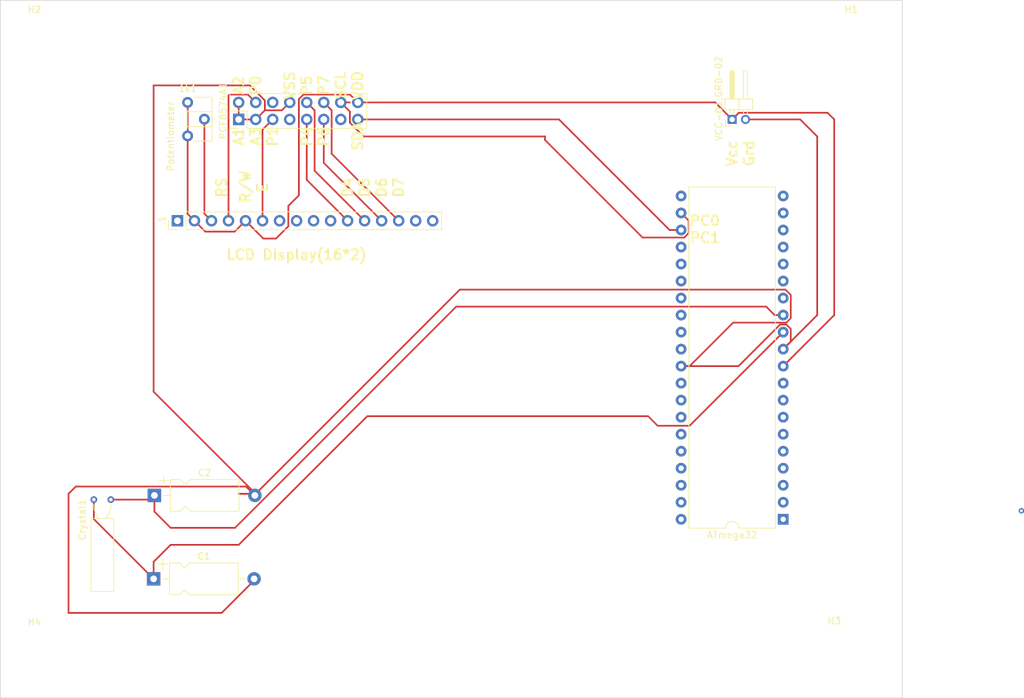
<source format=kicad_pcb>
(kicad_pcb (version 20211014) (generator pcbnew)
  (layers (0 "F.Cu" signal) (31 "B.Cu" signal) (34 "B.Paste" user) (35 "F.Paste" user) (36 "B.SilkS" user "B.Silkscreen") (37 "F.SilkS" user "F.Silkscreen") (38 "B.Mask" user) (39 "F.Mask" user) (44 "Edge.Cuts" user))
  (net 0 "")
  (net 2 "Net-(.1-Pad2)")
  (net 9 "Net-(C1-Pad1)")
  (net 10 "Net-(C1-Pad2)")
  (net 11 "Net-(C2-Pad1)")
  (net 15 "Net-(PCF8574A1-Pad14)")
  (net 16 "Net-(PCF8574A1-Pad15)")
  (footprint "Package_DIP:DIP-40_W15.24mm" (layer "F.Cu") (at 184.405 110.6025 180)
    (fp_text reference "ATmega32" (at 7.62 -2.33) (layer "F.SilkS"))
    (fp_text value "ATmega32")
    (fp_line (start 14.08 -1.33) (end 8.62 -1.33) (layer "F.SilkS") (width 0.12))
    (fp_line (start 1.16 49.59) (end 14.08 49.59) (layer "F.SilkS") (width 0.12))
    (fp_line (start 14.08 49.59) (end 14.08 -1.33) (layer "F.SilkS") (width 0.12))
    (fp_line (start 1.16 -1.33) (end 1.16 49.59) (layer "F.SilkS") (width 0.12))
    (fp_line (start 6.62 -1.33) (end 1.16 -1.33) (layer "F.SilkS") (width 0.12))
    (fp_arc (start 8.62 -1.33) (mid 7.62 -0.33) (end 6.62 -1.33) (layer "F.SilkS") (width 0.12))
    (pad "1" thru_hole rect (at 0 0 180) (size 1.6 1.6) (drill 0.8) (layers *.Cu *.Mask))
    (pad "2" thru_hole oval (at 0 2.54 180) (size 1.6 1.6) (drill 0.8) (layers *.Cu *.Mask))
    (pad "3" thru_hole oval (at 0 5.08 180) (size 1.6 1.6) (drill 0.8) (layers *.Cu *.Mask))
    (pad "4" thru_hole oval (at 0 7.62 180) (size 1.6 1.6) (drill 0.8) (layers *.Cu *.Mask))
    (pad "5" thru_hole oval (at 0 10.16 180) (size 1.6 1.6) (drill 0.8) (layers *.Cu *.Mask))
    (pad "6" thru_hole oval (at 0 12.7 180) (size 1.6 1.6) (drill 0.8) (layers *.Cu *.Mask))
    (pad "7" thru_hole oval (at 0 15.24 180) (size 1.6 1.6) (drill 0.8) (layers *.Cu *.Mask))
    (pad "8" thru_hole oval (at 0 17.78 180) (size 1.6 1.6) (drill 0.8) (layers *.Cu *.Mask))
    (pad "9" thru_hole oval (at 0 20.32 180) (size 1.6 1.6) (drill 0.8) (layers *.Cu *.Mask))
    (pad "11" thru_hole oval (at 0 25.4 180) (size 1.6 1.6) (drill 0.8) (layers *.Cu *.Mask) (net 10 "Net-(C1-Pad2)"))
    (pad "12" thru_hole oval (at 0 27.94 180) (size 1.6 1.6) (drill 0.8) (layers *.Cu *.Mask) (net 9 "Net-(C1-Pad1)"))
    (pad "13" thru_hole oval (at 0 30.48 180) (size 1.6 1.6) (drill 0.8) (layers *.Cu *.Mask) (net 11 "Net-(C2-Pad1)"))
    (pad "14" thru_hole oval (at 0 33.02 180) (size 1.6 1.6) (drill 0.8) (layers *.Cu *.Mask))
    (pad "15" thru_hole oval (at 0 35.56 180) (size 1.6 1.6) (drill 0.8) (layers *.Cu *.Mask))
    (pad "16" thru_hole oval (at 0 38.1 180) (size 1.6 1.6) (drill 0.8) (layers *.Cu *.Mask))
    (pad "17" thru_hole oval (at 0 40.64 180) (size 1.6 1.6) (drill 0.8) (layers *.Cu *.Mask))
    (pad "18" thru_hole oval (at 0 43.18 180) (size 1.6 1.6) (drill 0.8) (layers *.Cu *.Mask))
    (pad "19" thru_hole oval (at 0 45.72 180) (size 1.6 1.6) (drill 0.8) (layers *.Cu *.Mask))
    (pad "20" thru_hole oval (at 0 48.26 180) (size 1.6 1.6) (drill 0.8) (layers *.Cu *.Mask))
    (pad "21" thru_hole oval (at 15.24 48.26 180) (size 1.6 1.6) (drill 0.8) (layers *.Cu *.Mask))
    (pad "22" thru_hole oval (at 15.24 45.72 180) (size 1.6 1.6) (drill 0.8) (layers *.Cu *.Mask))
    (pad "23" thru_hole oval (at 15.24 43.18 180) (size 1.6 1.6) (drill 0.8) (layers *.Cu *.Mask) (net 16 "Net-(PCF8574A1-Pad15)"))
    (pad "24" thru_hole oval (at 15.24 40.64 180) (size 1.6 1.6) (drill 0.8) (layers *.Cu *.Mask))
    (pad "25" thru_hole oval (at 15.24 38.1 180) (size 1.6 1.6) (drill 0.8) (layers *.Cu *.Mask))
    (pad "26" thru_hole oval (at 15.24 35.56 180) (size 1.6 1.6) (drill 0.8) (layers *.Cu *.Mask))
    (pad "27" thru_hole oval (at 15.24 33.02 180) (size 1.6 1.6) (drill 0.8) (layers *.Cu *.Mask))
    (pad "28" thru_hole oval (at 15.24 30.48 180) (size 1.6 1.6) (drill 0.8) (layers *.Cu *.Mask))
    (pad "29" thru_hole oval (at 15.24 27.94 180) (size 1.6 1.6) (drill 0.8) (layers *.Cu *.Mask))
    (pad "30" thru_hole oval (at 15.24 25.4 180) (size 1.6 1.6) (drill 0.8) (layers *.Cu *.Mask))
    (pad "31" thru_hole oval (at 15.24 22.86 180) (size 1.6 1.6) (drill 0.8) (layers *.Cu *.Mask) (net 10 "Net-(C1-Pad2)"))
    (pad "32" thru_hole oval (at 15.24 20.32 180) (size 1.6 1.6) (drill 0.8) (layers *.Cu *.Mask))
    (pad "33" thru_hole oval (at 15.24 17.78 180) (size 1.6 1.6) (drill 0.8) (layers *.Cu *.Mask))
    (pad "34" thru_hole oval (at 15.24 15.24 180) (size 1.6 1.6) (drill 0.8) (layers *.Cu *.Mask))
    (pad "35" thru_hole oval (at 15.24 12.7 180) (size 1.6 1.6) (drill 0.8) (layers *.Cu *.Mask))
    (pad "36" thru_hole oval (at 15.24 10.16 180) (size 1.6 1.6) (drill 0.8) (layers *.Cu *.Mask))
    (pad "37" thru_hole oval (at 15.24 7.62 180) (size 1.6 1.6) (drill 0.8) (layers *.Cu *.Mask))
    (pad "38" thru_hole oval (at 15.24 5.08 180) (size 1.6 1.6) (drill 0.8) (layers *.Cu *.Mask))
    (pad "39" thru_hole oval (at 15.24 2.54 180) (size 1.6 1.6) (drill 0.8) (layers *.Cu *.Mask))
    (pad "40" thru_hole oval (at 15.24 0 180) (size 1.6 1.6) (drill 0.8) (layers *.Cu *.Mask))
    (pad "PIN 10" thru_hole oval (at 0 22.86 180) (size 1.6 1.6) (drill 0.8) (layers *.Cu *.Mask) (net 2 "Net-(.1-Pad2)"))
  )
  (footprint "MountingHole:MountingHole_2.7mm" (layer "F.Cu") (at 192.02 129.6575)
    (fp_text reference "H3" (at 0 -3.885) (layer "F.SilkS"))
    (fp_text value "MountingHole")
    (pad "" np_thru_hole circle (at 0 0) (size 2.7 2.7) (drill 2.7) (layers *.Cu *.Mask))
  )
  (footprint "Connector_PinHeader_2.54mm:PinHeader_2x08_P2.54mm_Vertical" (layer "F.Cu") (at 103.12 50.9175 90)
    (fp_text reference "PCF8574A1" (at 1.27 -2.33 90) (layer "F.SilkS"))
    (fp_text value ".")
    (fp_line (start 1.27 1.27) (end 1.27 -1.33) (layer "F.SilkS") (width 0.12))
    (fp_line (start -1.33 -1.33) (end 0 -1.33) (layer "F.SilkS") (width 0.12))
    (fp_line (start -1.33 1.27) (end -1.33 19.11) (layer "F.SilkS") (width 0.12))
    (fp_line (start 3.87 -1.33) (end 3.87 19.11) (layer "F.SilkS") (width 0.12))
    (fp_line (start -1.33 1.27) (end 1.27 1.27) (layer "F.SilkS") (width 0.12))
    (fp_line (start -1.33 19.11) (end 3.87 19.11) (layer "F.SilkS") (width 0.12))
    (fp_line (start 1.27 -1.33) (end 3.87 -1.33) (layer "F.SilkS") (width 0.12))
    (fp_line (start -1.33 0) (end -1.33 -1.33) (layer "F.SilkS") (width 0.12))
    (pad "1" thru_hole rect (at 0 0 90) (size 1.7 1.7) (drill 1) (layers *.Cu *.Mask) (net 10 "Net-(C1-Pad2)"))
    (pad "2" thru_hole oval (at 2.54 0 90) (size 1.7 1.7) (drill 1) (layers *.Cu *.Mask) (net 10 "Net-(C1-Pad2)"))
    (pad "3" thru_hole oval (at 0 2.54 90) (size 1.7 1.7) (drill 1) (layers *.Cu *.Mask) (net 10 "Net-(C1-Pad2)"))
    (pad "4" thru_hole oval (at 2.54 2.54 90) (size 1.7 1.7) (drill 1) (layers *.Cu *.Mask))
    (pad "5" thru_hole oval (at 0 5.08 90) (size 1.7 1.7) (drill 1) (layers *.Cu *.Mask))
    (pad "6" thru_hole oval (at 2.54 5.08 90) (size 1.7 1.7) (drill 1) (layers *.Cu *.Mask))
    (pad "7" thru_hole oval (at 0 7.62 90) (size 1.7 1.7) (drill 1) (layers *.Cu *.Mask))
    (pad "8" thru_hole oval (at 2.54 7.62 90) (size 1.7 1.7) (drill 1) (layers *.Cu *.Mask) (net 10 "Net-(C1-Pad2)"))
    (pad "9" thru_hole oval (at 0 10.16 90) (size 1.7 1.7) (drill 1) (layers *.Cu *.Mask))
    (pad "10" thru_hole oval (at 2.54 10.16 90) (size 1.7 1.7) (drill 1) (layers *.Cu *.Mask))
    (pad "11" thru_hole oval (at 0 12.7 90) (size 1.7 1.7) (drill 1) (layers *.Cu *.Mask))
    (pad "12" thru_hole oval (at 2.54 12.7 90) (size 1.7 1.7) (drill 1) (layers *.Cu *.Mask))
    (pad "13" thru_hole oval (at 0 15.24 90) (size 1.7 1.7) (drill 1) (layers *.Cu *.Mask))
    (pad "14" thru_hole oval (at 2.54 15.24 90) (size 1.7 1.7) (drill 1) (layers *.Cu *.Mask) (net 15 "Net-(PCF8574A1-Pad14)"))
    (pad "15" thru_hole oval (at 0 17.78 90) (size 1.7 1.7) (drill 1) (layers *.Cu *.Mask) (net 16 "Net-(PCF8574A1-Pad15)"))
    (pad "16" thru_hole oval (at 2.54 17.78 90) (size 1.7 1.7) (drill 1) (layers *.Cu *.Mask) (net 2 "Net-(.1-Pad2)"))
  )
  (footprint "Crystal:Crystal_AT310_D3.0mm_L10.0mm_Horizontal" (layer "F.Cu") (at 81.5 107.6675)
    (fp_text reference "Crystal1" (at -1.75 3 90) (layer "F.SilkS"))
    (fp_text value "16MHz")
    (fp_line (start -0.43 2.8) (end -0.43 13.7) (layer "F.SilkS") (width 0.12))
    (fp_line (start 2.97 13.7) (end 2.97 2.8) (layer "F.SilkS") (width 0.12))
    (fp_line (start 2.97 2.8) (end -0.43 2.8) (layer "F.SilkS") (width 0.12))
    (fp_line (start 0 1.4) (end 0 0.7) (layer "F.SilkS") (width 0.12))
    (fp_line (start 1.87 2.8) (end 2.54 1.4) (layer "F.SilkS") (width 0.12))
    (fp_line (start 2.54 1.4) (end 2.54 0.7) (layer "F.SilkS") (width 0.12))
    (fp_line (start 0.67 2.8) (end 0 1.4) (layer "F.SilkS") (width 0.12))
    (fp_line (start -0.43 13.7) (end 2.97 13.7) (layer "F.SilkS") (width 0.12))
    (pad "1" thru_hole circle (at 0 0) (size 1 1) (drill 0.5) (layers *.Cu *.Mask) (net 9 "Net-(C1-Pad1)"))
    (pad "2" thru_hole circle (at 2.54 0) (size 1 1) (drill 0.5) (layers *.Cu *.Mask) (net 11 "Net-(C2-Pad1)"))
  )
  (footprint "Connector_PinHeader_2.00mm:PinHeader_1x02_P2.00mm_Horizontal" (layer "F.Cu") (at 176.78 50.9175 90)
    (fp_text reference "VCC-01,GRD-02" (at 3.1 -2 90) (layer "F.SilkS"))
    (fp_text value "Conn_01x02_Male")
    (fp_line (start 3.06 1.69) (end 7.26 1.69) (layer "F.SilkS") (width 0.12))
    (fp_line (start 7.26 1.69) (end 7.26 2.31) (layer "F.SilkS") (width 0.12))
    (fp_line (start 3.06 -1.06) (end 1.44 -1.06) (layer "F.SilkS") (width 0.12))
    (fp_line (start 3.06 -0.01) (end 7.26 -0.01) (layer "F.SilkS") (width 0.12))
    (fp_line (start 7.26 0.31) (end 3.06 0.31) (layer "F.SilkS") (width 0.12))
    (fp_line (start 7.26 -0.31) (end 7.26 0.31) (layer "F.SilkS") (width 0.12))
    (fp_line (start 0.882114 1.69) (end 1.44 1.69) (layer "F.SilkS") (width 0.12))
    (fp_line (start 3.06 0.23) (end 7.26 0.23) (layer "F.SilkS") (width 0.12))
    (fp_line (start 3.06 -0.31) (end 7.26 -0.31) (layer "F.SilkS") (width 0.12))
    (fp_line (start 1.44 -1.06) (end 1.44 3.06) (layer "F.SilkS") (width 0.12))
    (fp_line (start 3.06 3.06) (end 3.06 -1.06) (layer "F.SilkS") (width 0.12))
    (fp_line (start 3.06 -0.25) (end 7.26 -0.25) (layer "F.SilkS") (width 0.12))
    (fp_line (start 1.44 1) (end 3.06 1) (layer "F.SilkS") (width 0.12))
    (fp_line (start 7.26 2.31) (end 3.06 2.31) (layer "F.SilkS") (width 0.12))
    (fp_line (start 0.935 -0.31) (end 1.44 -0.31) (layer "F.SilkS") (width 0.12))
    (fp_line (start 0.882114 2.31) (end 1.44 2.31) (layer "F.SilkS") (width 0.12))
    (fp_line (start -1 0) (end -1 -1) (layer "F.SilkS") (width 0.12))
    (fp_line (start 3.06 -0.13) (end 7.26 -0.13) (layer "F.SilkS") (width 0.12))
    (fp_line (start 0.935 0.31) (end 1.44 0.31) (layer "F.SilkS") (width 0.12))
    (fp_line (start 3.06 0.11) (end 7.26 0.11) (layer "F.SilkS") (width 0.12))
    (fp_line (start -1 -1) (end 0 -1) (layer "F.SilkS") (width 0.12))
    (fp_line (start 1.44 3.06) (end 3.06 3.06) (layer "F.SilkS") (width 0.12))
    (pad "1" thru_hole rect (at 0 0 90) (size 1.35 1.35) (drill 0.8) (layers *.Cu *.Mask) (net 2 "Net-(.1-Pad2)"))
    (pad "2" thru_hole oval (at 0 2 90) (size 1.35 1.35) (drill 0.8) (layers *.Cu *.Mask) (net 10 "Net-(C1-Pad2)"))
  )
  (footprint "MountingHole:MountingHole_2.7mm" (layer "F.Cu") (at 72.64 129.6575)
    (fp_text reference "H4" (at 0 -3.7) (layer "F.SilkS"))
    (fp_text value "MountingHole")
    (pad "" np_thru_hole circle (at 0 0) (size 2.7 2.7) (drill 2.7) (layers *.Cu *.Mask))
  )
  (footprint "Capacitor_THT:CP_Axial_L10.0mm_D4.5mm_P15.00mm_Horizontal" (layer "F.Cu") (at 90.54 107.04)
    (fp_text reference "C2" (at 7.5 -3.37) (layer "F.SilkS"))
    (fp_text value "22pF")
    (fp_line (start 0.63 -2.2) (end 2.13 -2.2) (layer "F.SilkS") (width 0.12))
    (fp_line (start 1.24 0) (end 2.38 0) (layer "F.SilkS") (width 0.12))
    (fp_line (start 5.38 -2.37) (end 12.62 -2.37) (layer "F.SilkS") (width 0.12))
    (fp_line (start 2.38 -2.37) (end 2.38 2.37) (layer "F.SilkS") (width 0.12))
    (fp_line (start 12.62 -2.37) (end 12.62 2.37) (layer "F.SilkS") (width 0.12))
    (fp_line (start 3.88 -2.37) (end 4.63 -1.62) (layer "F.SilkS") (width 0.12))
    (fp_line (start 3.88 2.37) (end 4.63 1.62) (layer "F.SilkS") (width 0.12))
    (fp_line (start 2.38 2.37) (end 3.88 2.37) (layer "F.SilkS") (width 0.12))
    (fp_line (start 1.38 -2.95) (end 1.38 -1.45) (layer "F.SilkS") (width 0.12))
    (fp_line (start 13.76 0) (end 12.62 0) (layer "F.SilkS") (width 0.12))
    (fp_line (start 2.38 -2.37) (end 3.88 -2.37) (layer "F.SilkS") (width 0.12))
    (fp_line (start 4.63 -1.62) (end 5.38 -2.37) (layer "F.SilkS") (width 0.12))
    (fp_line (start 5.38 2.37) (end 12.62 2.37) (layer "F.SilkS") (width 0.12))
    (fp_line (start 4.63 1.62) (end 5.38 2.37) (layer "F.SilkS") (width 0.12))
    (pad "1" thru_hole rect (at 0 0) (size 2 2) (drill 1) (layers *.Cu *.Mask) (net 11 "Net-(C2-Pad1)"))
    (pad "2" thru_hole oval (at 15 0) (size 2 2) (drill 1) (layers *.Cu *.Mask) (net 10 "Net-(C1-Pad2)"))
  )
  (footprint "Capacitor_THT:CP_Axial_L10.0mm_D4.5mm_P15.00mm_Horizontal" (layer "F.Cu") (at 90.42 119.4975)
    (fp_text reference "C1" (at 7.5 -3.37) (layer "F.SilkS"))
    (fp_text value "22pF")
    (fp_line (start 0.63 -2.2) (end 2.13 -2.2) (layer "F.SilkS") (width 0.12))
    (fp_line (start 1.38 -2.95) (end 1.38 -1.45) (layer "F.SilkS") (width 0.12))
    (fp_line (start 4.63 1.62) (end 5.38 2.37) (layer "F.SilkS") (width 0.12))
    (fp_line (start 2.38 2.37) (end 3.88 2.37) (layer "F.SilkS") (width 0.12))
    (fp_line (start 3.88 2.37) (end 4.63 1.62) (layer "F.SilkS") (width 0.12))
    (fp_line (start 5.38 -2.37) (end 12.62 -2.37) (layer "F.SilkS") (width 0.12))
    (fp_line (start 1.24 0) (end 2.38 0) (layer "F.SilkS") (width 0.12))
    (fp_line (start 2.38 -2.37) (end 2.38 2.37) (layer "F.SilkS") (width 0.12))
    (fp_line (start 3.88 -2.37) (end 4.63 -1.62) (layer "F.SilkS") (width 0.12))
    (fp_line (start 5.38 2.37) (end 12.62 2.37) (layer "F.SilkS") (width 0.12))
    (fp_line (start 13.76 0) (end 12.62 0) (layer "F.SilkS") (width 0.12))
    (fp_line (start 2.38 -2.37) (end 3.88 -2.37) (layer "F.SilkS") (width 0.12))
    (fp_line (start 4.63 -1.62) (end 5.38 -2.37) (layer "F.SilkS") (width 0.12))
    (fp_line (start 12.62 -2.37) (end 12.62 2.37) (layer "F.SilkS") (width 0.12))
    (pad "1" thru_hole rect (at 0 0) (size 2 2) (drill 1) (layers *.Cu *.Mask) (net 9 "Net-(C1-Pad1)"))
    (pad "2" thru_hole oval (at 15 0) (size 2 2) (drill 1) (layers *.Cu *.Mask) (net 10 "Net-(C1-Pad2)"))
  )
  (footprint "MountingHole:MountingHole_2.7mm" (layer "F.Cu") (at 194.56 38.2175)
    (fp_text reference "H1" (at 0 -3.7) (layer "F.SilkS"))
    (fp_text value "MountingHole")
    (pad "" np_thru_hole circle (at 0 0) (size 2.7 2.7) (drill 2.7) (layers *.Cu *.Mask))
  )
  (footprint "Connector_PinHeader_2.54mm:PinHeader_1x16_P2.54mm_Vertical" (layer "F.Cu") (at 93.98 66.04 90)
    (fp_text reference ".1" (at 0 -2.33 90) (layer "F.SilkS"))
    (fp_text value "16*2 LCD")
    (fp_line (start 1.33 1.27) (end 1.33 39.43) (layer "F.SilkS") (width 0.12))
    (fp_line (start -1.33 39.43) (end 1.33 39.43) (layer "F.SilkS") (width 0.12))
    (fp_line (start -1.33 0) (end -1.33 -1.33) (layer "F.SilkS") (width 0.12))
    (fp_line (start -1.33 -1.33) (end 0 -1.33) (layer "F.SilkS") (width 0.12))
    (fp_line (start -1.33 1.27) (end -1.33 39.43) (layer "F.SilkS") (width 0.12))
    (fp_line (start -1.33 1.27) (end 1.33 1.27) (layer "F.SilkS") (width 0.12))
    (pad "1" thru_hole rect (at 0 0 90) (size 1.7 1.7) (drill 1) (layers *.Cu *.Mask))
    (pad "2" thru_hole oval (at 0 2.54 90) (size 1.7 1.7) (drill 1) (layers *.Cu *.Mask) (net 2 "Net-(.1-Pad2)"))
    (pad "3" thru_hole oval (at 0 5.08 90) (size 1.7 1.7) (drill 1) (layers *.Cu *.Mask))
    (pad "4" thru_hole oval (at 0 7.62 90) (size 1.7 1.7) (drill 1) (layers *.Cu *.Mask))
    (pad "5" thru_hole oval (at 0 10.16 90) (size 1.7 1.7) (drill 1) (layers *.Cu *.Mask) (net 2 "Net-(.1-Pad2)"))
    (pad "6" thru_hole oval (at 0 12.7 90) (size 1.7 1.7) (drill 1) (layers *.Cu *.Mask))
    (pad "7" thru_hole oval (at 0 15.24 90) (size 1.7 1.7) (drill 1) (layers *.Cu *.Mask))
    (pad "8" thru_hole oval (at 0 17.78 90) (size 1.7 1.7) (drill 1) (layers *.Cu *.Mask))
    (pad "9" thru_hole oval (at 0 20.32 90) (size 1.7 1.7) (drill 1) (layers *.Cu *.Mask))
    (pad "10" thru_hole oval (at 0 22.86 90) (size 1.7 1.7) (drill 1) (layers *.Cu *.Mask))
    (pad "11" thru_hole oval (at 0 25.4 90) (size 1.7 1.7) (drill 1) (layers *.Cu *.Mask))
    (pad "12" thru_hole oval (at 0 27.94 90) (size 1.7 1.7) (drill 1) (layers *.Cu *.Mask))
    (pad "13" thru_hole oval (at 0 30.48 90) (size 1.7 1.7) (drill 1) (layers *.Cu *.Mask))
    (pad "14" thru_hole oval (at 0 33.02 90) (size 1.7 1.7) (drill 1) (layers *.Cu *.Mask))
    (pad "15" thru_hole oval (at 0 35.56 90) (size 1.7 1.7) (drill 1) (layers *.Cu *.Mask))
    (pad "16" thru_hole oval (at 0 38.1 90) (size 1.7 1.7) (drill 1) (layers *.Cu *.Mask))
  )
  (footprint "MountingHole:MountingHole_2.7mm" (layer "F.Cu") (at 72.64 38.2175)
    (fp_text reference "H2" (at 0 -3.7) (layer "F.SilkS"))
    (fp_text value "MountingHole")
    (pad "" np_thru_hole circle (at 0 0) (size 2.7 2.7) (drill 2.7) (layers *.Cu *.Mask))
  )
  (footprint "Potentiometer_THT:Potentiometer_ACP_CA6-H2,5_Horizontal" (layer "F.Cu") (at 95.5 48.3775)
    (fp_text reference "1k1" (at 0 -2.06) (layer "F.SilkS"))
    (fp_text value "Potentiometer" (at -2.54 5.08 90) (layer "F.SilkS"))
    (fp_line (start 3.62 -0.77) (end 3.62 5.77) (layer "F.SilkS") (width 0.12))
    (fp_line (start -0.121 1.38) (end 3.62 1.38) (layer "F.SilkS") (width 0.12))
    (fp_line (start -0.121 3.62) (end 3.62 3.62) (layer "F.SilkS") (width 0.12))
    (fp_line (start 3.62 1.38) (end 3.62 3.62) (layer "F.SilkS") (width 0.12))
    (fp_line (start -0.121 1.066) (end -0.121 3.935) (layer "F.SilkS") (width 0.12))
    (fp_line (start 0.925 5.77) (end 3.62 5.77) (layer "F.SilkS") (width 0.12))
    (fp_line (start 0.925 -0.77) (end 3.62 -0.77) (layer "F.SilkS") (width 0.12))
    (fp_line (start -0.121 1.38) (end -0.121 3.62) (layer "F.SilkS") (width 0.12))
    (pad "1" thru_hole circle (at 0 0) (size 1.62 1.62) (drill 0.9) (layers *.Cu *.Mask) (net 2 "Net-(.1-Pad2)"))
    (pad "2" thru_hole circle (at 2.5 2.5) (size 1.62 1.62) (drill 0.9) (layers *.Cu *.Mask))
    (pad "3" thru_hole circle (at 0 5) (size 1.62 1.62) (drill 0.9) (layers *.Cu *.Mask) (net 2 "Net-(.1-Pad2)"))
  )
  (gr_line (start 67.56 137.2775) (end 67.56 33.1375) (layer "Edge.Cuts") (width 0.1))
  (gr_line (start 202.18 137.2775) (end 67.56 137.2775) (layer "Edge.Cuts") (width 0.1))
  (gr_line (start 67.56 33.1375) (end 202.18 33.1375) (layer "Edge.Cuts") (width 0.1))
  (gr_line (start 202.18 33.1375) (end 202.18 137.2775) (layer "Edge.Cuts") (width 0.1))
  (gr_text "RS" (at 100.58 61.0775 90) (layer "F.SilkS") (effects (font (size 1.5 1.5) (thickness 0.3))))
  (gr_text "LCD Display(16*2)" (at 111.76 71.12) (layer "F.SilkS") (effects (font (size 1.5 1.5) (thickness 0.3))))
  (gr_text "P6" (at 115.82 53.4575 90) (layer "F.SilkS") (effects (font (size 1.5 1.5) (thickness 0.3))))
  (gr_text "VSS" (at 110.74 45.8375 90) (layer "F.SilkS") (effects (font (size 1.5 1.5) (thickness 0.3))))
  (gr_text "D5" (at 121.92 61.0775 90) (layer "F.SilkS") (effects (font (size 1.5 1.5) (thickness 0.3))))
  (gr_text "D7" (at 127 61.0775 90) (layer "F.SilkS") (effects (font (size 1.5 1.5) (thickness 0.3))))
  (gr_text "E" (at 106.68 61.0775 90) (layer "F.SilkS") (effects (font (size 1.5 1.5) (thickness 0.3))))
  (gr_text "A1" (at 103.12 53.4575 90) (layer "F.SilkS") (effects (font (size 1.5 1.5) (thickness 0.3))))
  (gr_text "Grd" (at 179.32 55.9975 90) (layer "F.SilkS") (effects (font (size 1.5 1.5) (thickness 0.3))))
  (gr_text "A3" (at 105.66 53.4575 90) (layer "F.SilkS") (effects (font (size 1.5 1.5) (thickness 0.3))))
  (gr_text "PC1" (at 172.72 68.58) (layer "F.SilkS") (effects (font (size 1.5 1.5) (thickness 0.3))))
  (gr_text "P5" (at 113.28 45.8375 90) (layer "F.SilkS") (effects (font (size 1.5 1.5) (thickness 0.3))))
  (gr_text "SCL" (at 118.36 45.8375 90) (layer "F.SilkS") (effects (font (size 1.5 1.5) (thickness 0.3))))
  (gr_text "A2" (at 103.12 45.8375 90) (layer "F.SilkS") (effects (font (size 1.5 1.5) (thickness 0.3))))
  (gr_text "P1" (at 108.2 53.4575 90) (layer "F.SilkS") (effects (font (size 1.5 1.5) (thickness 0.3))))
  (gr_text "Vcc" (at 176.78 55.9975 90) (layer "F.SilkS") (effects (font (size 1.5 1.5) (thickness 0.3))))
  (gr_text "P0" (at 105.66 45.8375 90) (layer "F.SilkS") (effects (font (size 1.5 1.5) (thickness 0.3))))
  (gr_text "VDD" (at 120.9 45.8375 90) (layer "F.SilkS") (effects (font (size 1.5 1.5) (thickness 0.3))))
  (gr_text "P4" (at 113.28 53.4575 90) (layer "F.SilkS") (effects (font (size 1.5 1.5) (thickness 0.3))))
  (gr_text "D6" (at 124.46 61.0775 90) (layer "F.SilkS") (effects (font (size 1.5 1.5) (thickness 0.3))))
  (gr_text "PC0" (at 172.72 66.04) (layer "F.SilkS") (effects (font (size 1.5 1.5) (thickness 0.3))))
  (gr_text "SDA" (at 120.9 53.4575 90) (layer "F.SilkS") (effects (font (size 1.5 1.5) (thickness 0.3))))
  (gr_text "P7" (at 115.82 45.8375 90) (layer "F.SilkS") (effects (font (size 1.5 1.5) (thickness 0.3))))
  (gr_text "R/W" (at 104.14 60.96 90) (layer "F.SilkS") (effects (font (size 1.5 1.5) (thickness 0.3))))
  (gr_text "D4" (at 119.38 61.0775 90) (layer "F.SilkS") (effects (font (size 1.5 1.5) (thickness 0.3))))
  (segment (start 116.994511 49.552011) (end 116.994511 56.034511) (width 0.25) (layer "F.Cu") (net 0))
  (segment (start 98 50.8775) (end 98 64.98) (width 0.25) (layer "F.Cu") (net 0))
  (segment (start 106.68 52.4375) (end 108.2 50.9175) (width 0.25) (layer "F.Cu") (net 0))
  (segment (start 115.82 48.3775) (end 116.994511 49.552011) (width 0.25) (layer "F.Cu") (net 0))
  (segment (start 105.66 48.3775) (end 104.485489 47.202989) (width 0.25) (layer "F.Cu") (net 0))
  (segment (start 104.485489 47.202989) (end 101.754511 47.202989) (width 0.25) (layer "F.Cu") (net 0))
  (segment (start 113.28 48.3775) (end 114.454511 49.552011) (width 0.25) (layer "F.Cu") (net 0))
  (segment (start 115.82 50.9175) (end 115.82 57.4) (width 0.25) (layer "F.Cu") (net 0))
  (segment (start 98 64.98) (end 99.06 66.04) (width 0.25) (layer "F.Cu") (net 0))
  (segment (start 101.754511 47.202989) (end 101.6 47.3575) (width 0.25) (layer "F.Cu") (net 0))
  (segment (start 113.28 59.94) (end 119.38 66.04) (width 0.25) (layer "F.Cu") (net 0))
  (segment (start 114.454511 58.574511) (end 121.92 66.04) (width 0.25) (layer "F.Cu") (net 0))
  (segment (start 116.994511 56.034511) (end 127 66.04) (width 0.25) (layer "F.Cu") (net 0))
  (segment (start 114.454511 49.552011) (end 114.454511 58.574511) (width 0.25) (layer "F.Cu") (net 0))
  (segment (start 101.6 47.3575) (end 101.6 66.04) (width 0.25) (layer "F.Cu") (net 0))
  (segment (start 113.28 50.9175) (end 113.28 59.94) (width 0.25) (layer "F.Cu") (net 0))
  (segment (start 115.82 57.4) (end 124.46 66.04) (width 0.25) (layer "F.Cu") (net 0))
  (segment (start 106.68 66.04) (end 106.68 52.4375) (width 0.25) (layer "F.Cu") (net 0))
  (via (at 219.96 109.3375) (size 0.8) (drill 0.4) (layers "F.Cu" "B.Cu") (net 0))
  (segment (start 112.793501 47.202989) (end 112.105489 47.891001) (width 0.25) (layer "F.Cu") (net 2))
  (segment (start 95.5 48.3775) (end 95.5 53.3775) (width 0.25) (layer "F.Cu") (net 2))
  (segment (start 191.020489 49.917989) (end 177.779511 49.917989) (width 0.25) (layer "F.Cu") (net 2))
  (segment (start 95.5 53.3775) (end 95.5 65.02) (width 0.25) (layer "F.Cu") (net 2))
  (segment (start 177.779511 49.917989) (end 176.78 50.9175) (width 0.25) (layer "F.Cu") (net 2))
  (segment (start 98.14452 67.66452) (end 102.51548 67.66452) (width 0.25) (layer "F.Cu") (net 2))
  (segment (start 119.725489 47.202989) (end 112.793501 47.202989) (width 0.25) (layer "F.Cu") (net 2))
  (segment (start 95.5 65.02) (end 96.52 66.04) (width 0.25) (layer "F.Cu") (net 2))
  (segment (start 120.9 48.3775) (end 174.24 48.3775) (width 0.25) (layer "F.Cu") (net 2))
  (segment (start 112.105489 62.252011) (end 110.53548 63.82202) (width 0.25) (layer "F.Cu") (net 2))
  (segment (start 102.51548 67.66452) (end 104.14 66.04) (width 0.25) (layer "F.Cu") (net 2))
  (segment (start 120.9 48.3775) (end 119.725489 47.202989) (width 0.25) (layer "F.Cu") (net 2))
  (segment (start 106.7975 68.6975) (end 104.14 66.04) (width 0.25) (layer "F.Cu") (net 2))
  (segment (start 96.52 66.04) (end 98.14452 67.66452) (width 0.25) (layer "F.Cu") (net 2))
  (segment (start 110.53548 66.856252) (end 108.694232 68.6975) (width 0.25) (layer "F.Cu") (net 2))
  (segment (start 192.02 50.9175) (end 191.020489 49.917989) (width 0.25) (layer "F.Cu") (net 2))
  (segment (start 112.105489 47.891001) (end 112.105489 62.252011) (width 0.25) (layer "F.Cu") (net 2))
  (segment (start 174.24 48.3775) (end 176.78 50.9175) (width 0.25) (layer "F.Cu") (net 2))
  (segment (start 110.53548 63.82202) (end 110.53548 66.856252) (width 0.25) (layer "F.Cu") (net 2))
  (segment (start 184.405 87.7425) (end 192.02 80.1275) (width 0.25) (layer "F.Cu") (net 2))
  (segment (start 192.02 80.1275) (end 192.02 50.9175) (width 0.25) (layer "F.Cu") (net 2))
  (segment (start 108.694232 68.6975) (end 106.7975 68.6975) (width 0.25) (layer "F.Cu") (net 2))
  (segment (start 164.235218 95.216189) (end 122.321311 95.216189) (width 0.25) (layer "F.Cu") (net 9))
  (segment (start 165.656529 96.6375) (end 164.235218 95.216189) (width 0.25) (layer "F.Cu") (net 9))
  (segment (start 81.5 107.6675) (end 81.5 110.5775) (width 0.25) (layer "F.Cu") (net 9))
  (segment (start 103.12 114.4175) (end 92.96 114.4175) (width 0.25) (layer "F.Cu") (net 9))
  (segment (start 184.405 82.6625) (end 170.43 96.6375) (width 0.25) (layer "F.Cu") (net 9))
  (segment (start 170.43 96.6375) (end 165.656529 96.6375) (width 0.25) (layer "F.Cu") (net 9))
  (segment (start 90.42 116.9575) (end 90.42 119.4975) (width 0.25) (layer "F.Cu") (net 9))
  (segment (start 81.5 110.5775) (end 90.42 119.4975) (width 0.25) (layer "F.Cu") (net 9))
  (segment (start 92.96 114.4175) (end 90.42 116.9575) (width 0.25) (layer "F.Cu") (net 9))
  (segment (start 122.321311 95.216189) (end 103.12 114.4175) (width 0.25) (layer "F.Cu") (net 9))
  (segment (start 105.66 106.7975) (end 103.12 106.7975) (width 0.25) (layer "F.Cu") (net 10))
  (segment (start 185.529511 82.196711) (end 184.870789 81.537989) (width 0.25) (layer "F.Cu") (net 10))
  (segment (start 104.215489 105.715489) (end 78.802011 105.715489) (width 0.25) (layer "F.Cu") (net 10))
  (segment (start 107.025489 49.552011) (end 107.025489 48.081979) (width 0.25) (layer "F.Cu") (net 10))
  (segment (start 105.66 106.7975) (end 136.14 76.3175) (width 0.25) (layer "F.Cu") (net 10))
  (segment (start 184.7303 76.3175) (end 185.529511 77.116711) (width 0.25) (layer "F.Cu") (net 10))
  (segment (start 184.870789 81.247011) (end 176.930489 81.247011) (width 0.25) (layer "F.Cu") (net 10))
  (segment (start 185.529511 77.116711) (end 185.529511 80.588289) (width 0.25) (layer "F.Cu") (net 10))
  (segment (start 77.72 124.5775) (end 100.58 124.5775) (width 0.25) (layer "F.Cu") (net 10))
  (segment (start 105.66 119.4975) (end 105.42 119.4975) (width 0.25) (layer "F.Cu") (net 10))
  (segment (start 104.78101 45.8375) (end 90.42 45.8375) (width 0.25) (layer "F.Cu") (net 10))
  (segment (start 185.529511 80.588289) (end 184.870789 81.247011) (width 0.25) (layer "F.Cu") (net 10))
  (segment (start 105.66 50.9175) (end 107.025489 49.552011) (width 0.25) (layer "F.Cu") (net 10))
  (segment (start 176.930489 81.247011) (end 170.435 87.7425) (width 0.25) (layer "F.Cu") (net 10))
  (segment (start 107.025489 48.081979) (end 104.78101 45.8375) (width 0.25) (layer "F.Cu") (net 10))
  (segment (start 136.14 76.3175) (end 184.7303 76.3175) (width 0.25) (layer "F.Cu") (net 10))
  (segment (start 100.58 124.5775) (end 105.66 119.4975) (width 0.25) (layer "F.Cu") (net 10))
  (segment (start 184.405 85.2025) (end 185.529511 84.077989) (width 0.25) (layer "F.Cu") (net 10))
  (segment (start 183.939211 81.537989) (end 177.7347 87.7425) (width 0.25) (layer "F.Cu") (net 10))
  (segment (start 184.870789 81.537989) (end 183.939211 81.537989) (width 0.25) (layer "F.Cu") (net 10))
  (segment (start 170.435 87.7425) (end 169.165 87.7425) (width 0.25) (layer "F.Cu") (net 10))
  (segment (start 178.78 50.9175) (end 186.94 50.9175) (width 0.25) (layer "F.Cu") (net 10))
  (segment (start 105.54 107.04) (end 104.215489 105.715489) (width 0.25) (layer "F.Cu") (net 10))
  (segment (start 107.025489 49.552011) (end 109.565489 49.552011) (width 0.25) (layer "F.Cu") (net 10))
  (segment (start 186.94 50.9175) (end 189.48 53.4575) (width 0.25) (layer "F.Cu") (net 10))
  (segment (start 189.48 80.1275) (end 184.405 85.2025) (width 0.25) (layer "F.Cu") (net 10))
  (segment (start 177.7347 87.7425) (end 169.165 87.7425) (width 0.25) (layer "F.Cu") (net 10))
  (segment (start 78.802011 105.715489) (end 77.72 106.7975) (width 0.25) (layer "F.Cu") (net 10))
  (segment (start 103.12 50.9175) (end 105.66 50.9175) (width 0.25) (layer "F.Cu") (net 10))
  (segment (start 109.565489 49.552011) (end 110.74 48.3775) (width 0.25) (layer "F.Cu") (net 10))
  (segment (start 77.72 106.7975) (end 77.72 124.5775) (width 0.25) (layer "F.Cu") (net 10))
  (segment (start 189.48 53.4575) (end 189.48 80.1275) (width 0.25) (layer "F.Cu") (net 10))
  (segment (start 90.42 45.8375) (end 90.42 91.5575) (width 0.25) (layer "F.Cu") (net 10))
  (segment (start 185.529511 84.077989) (end 185.529511 82.196711) (width 0.25) (layer "F.Cu") (net 10))
  (segment (start 90.42 91.5575) (end 105.66 106.7975) (width 0.25) (layer "F.Cu") (net 10))
  (segment (start 103.12 48.3775) (end 103.12 50.9175) (width 0.25) (layer "F.Cu") (net 10))
  (segment (start 90.54 107.04) (end 90.54 109.4575) (width 0.25) (layer "F.Cu") (net 11))
  (segment (start 135.595643 78.8575) (end 181.86 78.8575) (width 0.25) (layer "F.Cu") (net 11))
  (segment (start 90.54 109.4575) (end 92.96 111.8775) (width 0.25) (layer "F.Cu") (net 11))
  (segment (start 89.9125 107.6675) (end 90.54 107.04) (width 0.25) (layer "F.Cu") (net 11))
  (segment (start 84.04 107.6675) (end 89.9125 107.6675) (width 0.25) (layer "F.Cu") (net 11))
  (segment (start 102.575643 111.8775) (end 135.595643 78.8575) (width 0.25) (layer "F.Cu") (net 11))
  (segment (start 181.86 78.8575) (end 183.125 80.1225) (width 0.25) (layer "F.Cu") (net 11))
  (segment (start 183.125 80.1225) (end 184.405 80.1225) (width 0.25) (layer "F.Cu") (net 11))
  (segment (start 92.96 111.8775) (end 102.575643 111.8775) (width 0.25) (layer "F.Cu") (net 11))
  (segment (start 148.84 53.4575) (end 148.84 53.980249) (width 0.25) (layer "F.Cu") (net 15))
  (segment (start 163.406762 68.547011) (end 169.630789 68.547011) (width 0.25) (layer "F.Cu") (net 15))
  (segment (start 170.289511 67.888289) (end 170.289511 66.007011) (width 0.25) (layer "F.Cu") (net 15))
  (segment (start 118.36 48.3775) (end 119.725489 48.3775) (width 0.25) (layer "F.Cu") (net 15))
  (segment (start 121.77899 53.4575) (end 148.84 53.4575) (width 0.25) (layer "F.Cu") (net 15))
  (segment (start 119.725489 51.403999) (end 121.77899 53.4575) (width 0.25) (layer "F.Cu") (net 15))
  (segment (start 118.36 48.3775) (end 119.725489 49.742989) (width 0.25) (layer "F.Cu") (net 15))
  (segment (start 148.84 53.980249) (end 163.406762 68.547011) (width 0.25) (layer "F.Cu") (net 15))
  (segment (start 170.289511 66.007011) (end 169.165 64.8825) (width 0.25) (layer "F.Cu") (net 15))
  (segment (start 169.630789 68.547011) (end 170.289511 67.888289) (width 0.25) (layer "F.Cu") (net 15))
  (segment (start 119.725489 49.742989) (end 119.725489 51.403999) (width 0.25) (layer "F.Cu") (net 15))
  (segment (start 120.9 50.9175) (end 150.937749 50.9175) (width 0.25) (layer "F.Cu") (net 16))
  (segment (start 150.937749 50.9175) (end 167.442749 67.4225) (width 0.25) (layer "F.Cu") (net 16))
  (segment (start 167.442749 67.4225) (end 169.165 67.4225) (width 0.25) (layer "F.Cu") (net 16))
)
</source>
